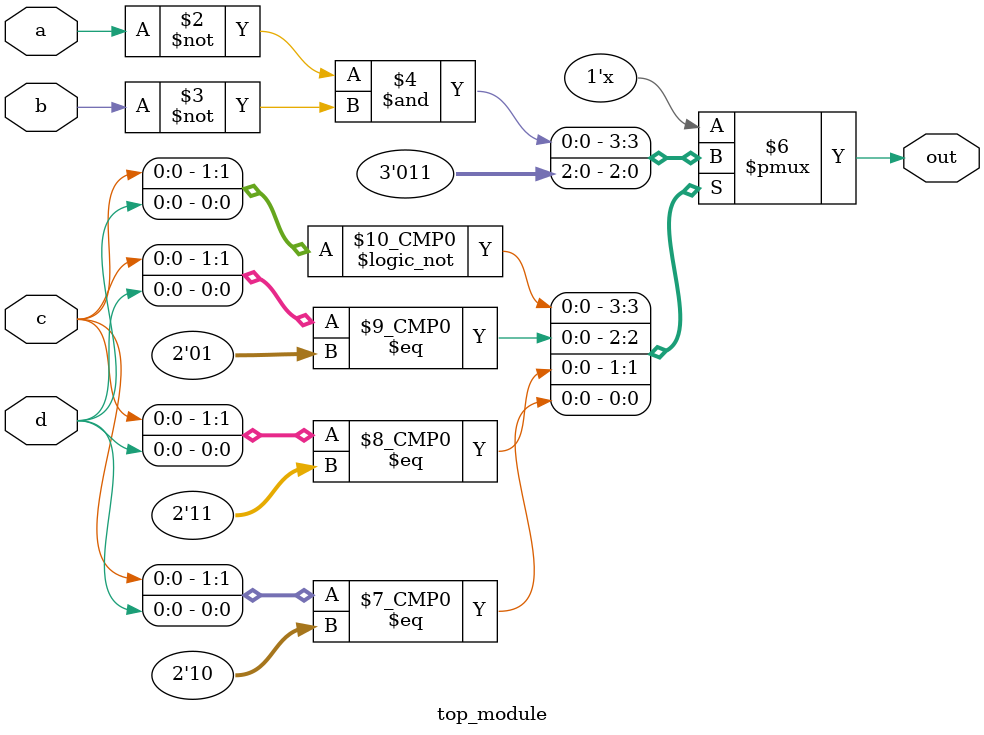
<source format=sv>
module top_module (
    input a, 
    input b,
    input c,
    input d,
    output reg out
);

always @(*) begin
    case ({c, d})
        2'b00: out = ~a & ~b;
        2'b01: out = 1'b0;
        2'b11: out = 1'b1;
        2'b10: out = 1'b1;
        default: out = a & b;
    endcase
end

endmodule

</source>
